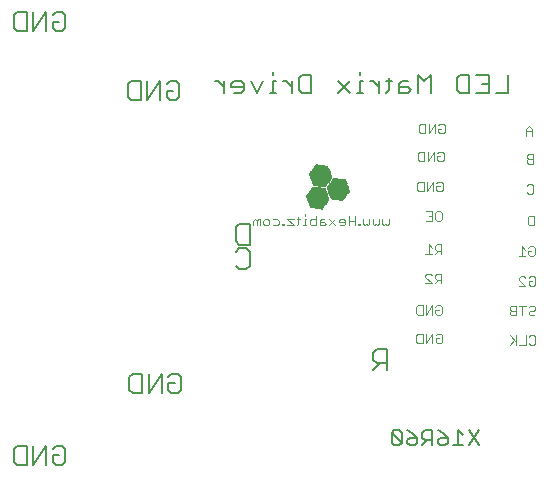
<source format=gbr>
G04 EAGLE Gerber RS-274X export*
G75*
%MOMM*%
%FSLAX34Y34*%
%LPD*%
%INSilkscreen Bottom*%
%IPPOS*%
%AMOC8*
5,1,8,0,0,1.08239X$1,22.5*%
G01*
%ADD10C,0.076200*%
%ADD11C,0.203200*%
%ADD12R,0.014731X0.014731*%
%ADD13R,0.147319X0.014731*%
%ADD14R,0.265175X0.014731*%
%ADD15R,0.383031X0.014731*%
%ADD16R,0.515619X0.014731*%
%ADD17R,0.633475X0.014731*%
%ADD18R,0.751331X0.014731*%
%ADD19R,0.883919X0.014731*%
%ADD20R,1.001775X0.014731*%
%ADD21R,1.119631X0.014731*%
%ADD22R,1.134363X0.014731*%
%ADD23R,1.149094X0.014731*%
%ADD24R,1.163825X0.014731*%
%ADD25R,1.178556X0.014731*%
%ADD26R,1.193288X0.014731*%
%ADD27R,1.222756X0.014731*%
%ADD28R,1.237488X0.014731*%
%ADD29R,1.266950X0.014731*%
%ADD30R,1.281681X0.014731*%
%ADD31R,1.311144X0.014731*%
%ADD32R,1.325881X0.014731*%
%ADD33R,1.355344X0.014731*%
%ADD34R,1.370075X0.014731*%
%ADD35R,1.384806X0.014731*%
%ADD36R,1.399538X0.014731*%
%ADD37R,1.414275X0.014731*%
%ADD38R,1.443738X0.014731*%
%ADD39R,1.458469X0.014731*%
%ADD40R,1.487931X0.014731*%
%ADD41R,1.502663X0.014731*%
%ADD42R,1.517394X0.014731*%
%ADD43R,1.532125X0.014731*%
%ADD44R,1.546856X0.014731*%
%ADD45R,1.576319X0.014731*%
%ADD46R,1.605788X0.014731*%
%ADD47R,1.620519X0.014731*%
%ADD48R,1.649981X0.014731*%
%ADD49R,1.664713X0.014731*%
%ADD50R,1.694175X0.014731*%
%ADD51R,1.708913X0.014731*%
%ADD52R,1.738375X0.014731*%
%ADD53R,1.753106X0.014731*%
%ADD54R,1.767838X0.014731*%
%ADD55R,1.782569X0.014731*%
%ADD56R,1.797306X0.014731*%
%ADD57R,0.117856X0.014731*%
%ADD58R,1.826769X0.014731*%
%ADD59R,0.235713X0.014731*%
%ADD60R,0.353569X0.014731*%
%ADD61R,1.856231X0.014731*%
%ADD62R,0.486156X0.014731*%
%ADD63R,1.870963X0.014731*%
%ADD64R,0.604013X0.014731*%
%ADD65R,0.721869X0.014731*%
%ADD66R,1.885694X0.014731*%
%ADD67R,0.839719X0.014731*%
%ADD68R,0.972306X0.014731*%
%ADD69R,1.090169X0.014731*%
%ADD70R,1.208025X0.014731*%
%ADD71R,1.252219X0.014731*%
%ADD72R,1.296412X0.014731*%
%ADD73R,1.340612X0.014731*%
%ADD74R,1.826763X0.014731*%
%ADD75R,1.414269X0.014731*%
%ADD76R,1.812031X0.014731*%
%ADD77R,1.429000X0.014731*%
%ADD78R,1.458462X0.014731*%
%ADD79R,1.473200X0.014731*%
%ADD80R,1.723644X0.014731*%
%ADD81R,1.694181X0.014731*%
%ADD82R,1.679450X0.014731*%
%ADD83R,1.561594X0.014731*%
%ADD84R,1.576325X0.014731*%
%ADD85R,1.591056X0.014731*%
%ADD86R,1.635250X0.014731*%
%ADD87R,1.561588X0.014731*%
%ADD88R,1.443731X0.014731*%
%ADD89R,1.797300X0.014731*%
%ADD90R,1.841500X0.014731*%
%ADD91R,1.311150X0.014731*%
%ADD92R,1.296419X0.014731*%
%ADD93R,1.193294X0.014731*%
%ADD94R,0.957575X0.014731*%
%ADD95R,0.589281X0.014731*%
%ADD96R,0.471425X0.014731*%
%ADD97R,0.220975X0.014731*%
%ADD98R,1.812038X0.014731*%
%ADD99R,0.103119X0.014731*%
%ADD100R,0.029463X0.014731*%
%ADD101R,0.162050X0.014731*%
%ADD102R,0.397763X0.014731*%
%ADD103R,0.648206X0.014731*%
%ADD104R,1.679444X0.014731*%
%ADD105R,1.016506X0.014731*%
%ADD106R,1.104900X0.014731*%
%ADD107R,1.222750X0.014731*%
%ADD108R,1.429006X0.014731*%
%ADD109R,1.208019X0.014731*%
%ADD110R,0.987044X0.014731*%
%ADD111R,0.854456X0.014731*%
%ADD112R,0.618744X0.014731*%
%ADD113R,0.500888X0.014731*%
%ADD114R,0.368300X0.014731*%
%ADD115R,0.132587X0.014731*%
%ADD116R,1.664719X0.014731*%
%ADD117R,1.075438X0.014731*%
%ADD118R,0.942844X0.014731*%
%ADD119R,0.707131X0.014731*%
%ADD120R,0.456694X0.014731*%
%ADD121R,0.088388X0.014731*%
%ADD122C,0.101600*%
%ADD123C,0.152400*%


D10*
X-8090Y91234D02*
X-6734Y92590D01*
X-4023Y92590D01*
X-2667Y91234D01*
X-2667Y85811D01*
X-4023Y84455D01*
X-6734Y84455D01*
X-8090Y85811D01*
X-8090Y88522D01*
X-5379Y88522D01*
X-10853Y84455D02*
X-10853Y92590D01*
X-16276Y84455D01*
X-16276Y92590D01*
X-19039Y92590D02*
X-19039Y84455D01*
X-23106Y84455D01*
X-24462Y85811D01*
X-24462Y91234D01*
X-23106Y92590D01*
X-19039Y92590D01*
X-7623Y69095D02*
X-8979Y67739D01*
X-7623Y69095D02*
X-4912Y69095D01*
X-3556Y67739D01*
X-3556Y62316D01*
X-4912Y60960D01*
X-7623Y60960D01*
X-8979Y62316D01*
X-8979Y65027D01*
X-6268Y65027D01*
X-11742Y60960D02*
X-11742Y69095D01*
X-17165Y60960D01*
X-17165Y69095D01*
X-19928Y69095D02*
X-19928Y60960D01*
X-23995Y60960D01*
X-25351Y62316D01*
X-25351Y67739D01*
X-23995Y69095D01*
X-19928Y69095D01*
X-8258Y43695D02*
X-9614Y42339D01*
X-8258Y43695D02*
X-5547Y43695D01*
X-4191Y42339D01*
X-4191Y36916D01*
X-5547Y35560D01*
X-8258Y35560D01*
X-9614Y36916D01*
X-9614Y39627D01*
X-6903Y39627D01*
X-12377Y35560D02*
X-12377Y43695D01*
X-17800Y35560D01*
X-17800Y43695D01*
X-20563Y43695D02*
X-20563Y35560D01*
X-24630Y35560D01*
X-25986Y36916D01*
X-25986Y42339D01*
X-24630Y43695D01*
X-20563Y43695D01*
X-9147Y18549D02*
X-6436Y18549D01*
X-5080Y17193D01*
X-5080Y11770D01*
X-6436Y10414D01*
X-9147Y10414D01*
X-10503Y11770D01*
X-10503Y17193D01*
X-9147Y18549D01*
X-13266Y18549D02*
X-18689Y18549D01*
X-13266Y18549D02*
X-13266Y10414D01*
X-18689Y10414D01*
X-15977Y14481D02*
X-13266Y14481D01*
X-5461Y-9518D02*
X-5461Y-17653D01*
X-5461Y-9518D02*
X-9528Y-9518D01*
X-10884Y-10874D01*
X-10884Y-13586D01*
X-9528Y-14941D01*
X-5461Y-14941D01*
X-8173Y-14941D02*
X-10884Y-17653D01*
X-13647Y-12230D02*
X-16358Y-9518D01*
X-16358Y-17653D01*
X-13647Y-17653D02*
X-19070Y-17653D01*
X-5461Y-34283D02*
X-5461Y-42418D01*
X-5461Y-34283D02*
X-9528Y-34283D01*
X-10884Y-35639D01*
X-10884Y-38351D01*
X-9528Y-39706D01*
X-5461Y-39706D01*
X-8173Y-39706D02*
X-10884Y-42418D01*
X-13647Y-42418D02*
X-19070Y-42418D01*
X-13647Y-42418D02*
X-19070Y-36995D01*
X-19070Y-35639D01*
X-17714Y-34283D01*
X-15003Y-34283D01*
X-13647Y-35639D01*
X-9147Y-60826D02*
X-10503Y-62182D01*
X-9147Y-60826D02*
X-6436Y-60826D01*
X-5080Y-62182D01*
X-5080Y-67605D01*
X-6436Y-68961D01*
X-9147Y-68961D01*
X-10503Y-67605D01*
X-10503Y-64894D01*
X-7792Y-64894D01*
X-13266Y-68961D02*
X-13266Y-60826D01*
X-18689Y-68961D01*
X-18689Y-60826D01*
X-21452Y-60826D02*
X-21452Y-68961D01*
X-25519Y-68961D01*
X-26875Y-67605D01*
X-26875Y-62182D01*
X-25519Y-60826D01*
X-21452Y-60826D01*
X-8893Y-85083D02*
X-10249Y-86439D01*
X-8893Y-85083D02*
X-6182Y-85083D01*
X-4826Y-86439D01*
X-4826Y-91862D01*
X-6182Y-93218D01*
X-8893Y-93218D01*
X-10249Y-91862D01*
X-10249Y-89151D01*
X-7538Y-89151D01*
X-13012Y-93218D02*
X-13012Y-85083D01*
X-18435Y-93218D01*
X-18435Y-85083D01*
X-21198Y-85083D02*
X-21198Y-93218D01*
X-25265Y-93218D01*
X-26621Y-91862D01*
X-26621Y-86439D01*
X-25265Y-85083D01*
X-21198Y-85083D01*
X68618Y-87963D02*
X69974Y-86607D01*
X72685Y-86607D01*
X74041Y-87963D01*
X74041Y-93386D01*
X72685Y-94742D01*
X69974Y-94742D01*
X68618Y-93386D01*
X65855Y-94742D02*
X65855Y-86607D01*
X65855Y-94742D02*
X60432Y-94742D01*
X57669Y-94742D02*
X57669Y-86607D01*
X57669Y-92030D02*
X52246Y-86607D01*
X56314Y-90675D02*
X52246Y-94742D01*
X68618Y-62817D02*
X69974Y-61461D01*
X72685Y-61461D01*
X74041Y-62817D01*
X74041Y-64173D01*
X72685Y-65529D01*
X69974Y-65529D01*
X68618Y-66884D01*
X68618Y-68240D01*
X69974Y-69596D01*
X72685Y-69596D01*
X74041Y-68240D01*
X63144Y-69596D02*
X63144Y-61461D01*
X65855Y-61461D02*
X60432Y-61461D01*
X57669Y-61461D02*
X57669Y-69596D01*
X57669Y-61461D02*
X53602Y-61461D01*
X52246Y-62817D01*
X52246Y-64173D01*
X53602Y-65529D01*
X52246Y-66884D01*
X52246Y-68240D01*
X53602Y-69596D01*
X57669Y-69596D01*
X57669Y-65529D02*
X53602Y-65529D01*
X68110Y-12525D02*
X69466Y-11169D01*
X72177Y-11169D01*
X73533Y-12525D01*
X73533Y-17948D01*
X72177Y-19304D01*
X69466Y-19304D01*
X68110Y-17948D01*
X68110Y-15237D01*
X70821Y-15237D01*
X65347Y-13881D02*
X62636Y-11169D01*
X62636Y-19304D01*
X65347Y-19304D02*
X59924Y-19304D01*
X71628Y82423D02*
X71628Y87846D01*
X68916Y90558D01*
X66205Y87846D01*
X66205Y82423D01*
X66205Y86490D02*
X71628Y86490D01*
D11*
X50927Y118364D02*
X50927Y134125D01*
X50927Y118364D02*
X40419Y118364D01*
X34555Y134125D02*
X24048Y134125D01*
X34555Y134125D02*
X34555Y118364D01*
X24048Y118364D01*
X29302Y126245D02*
X34555Y126245D01*
X18184Y134125D02*
X18184Y118364D01*
X10303Y118364D01*
X7676Y120991D01*
X7676Y131499D01*
X10303Y134125D01*
X18184Y134125D01*
X-14559Y134125D02*
X-14559Y118364D01*
X-19813Y128872D02*
X-14559Y134125D01*
X-19813Y128872D02*
X-25067Y134125D01*
X-25067Y118364D01*
X-33558Y128872D02*
X-38812Y128872D01*
X-41438Y126245D01*
X-41438Y118364D01*
X-33558Y118364D01*
X-30931Y120991D01*
X-33558Y123618D01*
X-41438Y123618D01*
X-49929Y120991D02*
X-49929Y131499D01*
X-49929Y120991D02*
X-52556Y118364D01*
X-52556Y128872D02*
X-47302Y128872D01*
X-58217Y128872D02*
X-58217Y118364D01*
X-58217Y123618D02*
X-63471Y128872D01*
X-66097Y128872D01*
X-71860Y128872D02*
X-74487Y128872D01*
X-74487Y118364D01*
X-71860Y118364D02*
X-77114Y118364D01*
X-74487Y134125D02*
X-74487Y136752D01*
X-82774Y128872D02*
X-93282Y118364D01*
X-82774Y118364D02*
X-93282Y128872D01*
X-115517Y134125D02*
X-115517Y118364D01*
X-123398Y118364D01*
X-126025Y120991D01*
X-126025Y131499D01*
X-123398Y134125D01*
X-115517Y134125D01*
X-131889Y128872D02*
X-131889Y118364D01*
X-131889Y123618D02*
X-137143Y128872D01*
X-139770Y128872D01*
X-145532Y128872D02*
X-148159Y128872D01*
X-148159Y118364D01*
X-145532Y118364D02*
X-150786Y118364D01*
X-148159Y134125D02*
X-148159Y136752D01*
X-156446Y128872D02*
X-161700Y118364D01*
X-166954Y128872D01*
X-175445Y118364D02*
X-180698Y118364D01*
X-175445Y118364D02*
X-172818Y120991D01*
X-172818Y126245D01*
X-175445Y128872D01*
X-180698Y128872D01*
X-183325Y126245D01*
X-183325Y123618D01*
X-172818Y123618D01*
X-189189Y118364D02*
X-189189Y128872D01*
X-189189Y123618D02*
X-194443Y128872D01*
X-197070Y128872D01*
D10*
X68491Y-37925D02*
X69847Y-36569D01*
X72558Y-36569D01*
X73914Y-37925D01*
X73914Y-43348D01*
X72558Y-44704D01*
X69847Y-44704D01*
X68491Y-43348D01*
X68491Y-40637D01*
X71202Y-40637D01*
X65728Y-44704D02*
X60305Y-44704D01*
X65728Y-44704D02*
X60305Y-39281D01*
X60305Y-37925D01*
X61661Y-36569D01*
X64372Y-36569D01*
X65728Y-37925D01*
X73025Y6604D02*
X73025Y14739D01*
X73025Y6604D02*
X68958Y6604D01*
X67602Y7960D01*
X67602Y13383D01*
X68958Y14739D01*
X73025Y14739D01*
X66840Y40307D02*
X68196Y41663D01*
X70907Y41663D01*
X72263Y40307D01*
X72263Y34884D01*
X70907Y33528D01*
X68196Y33528D01*
X66840Y34884D01*
X72263Y58928D02*
X72263Y67063D01*
X68196Y67063D01*
X66840Y65707D01*
X66840Y64351D01*
X68196Y62995D01*
X66840Y61640D01*
X66840Y60284D01*
X68196Y58928D01*
X72263Y58928D01*
X72263Y62995D02*
X68196Y62995D01*
D12*
X-106241Y19837D03*
D13*
X-106756Y19985D03*
D14*
X-107345Y20132D03*
D15*
X-107787Y20279D03*
D16*
X-108303Y20427D03*
D17*
X-108745Y20574D03*
D18*
X-109334Y20721D03*
D19*
X-109850Y20869D03*
D20*
X-110292Y21016D03*
D21*
X-110734Y21163D03*
D22*
X-110807Y21311D03*
D23*
X-110734Y21458D03*
D24*
X-110660Y21605D03*
D25*
X-110734Y21753D03*
D26*
X-110660Y21900D03*
D27*
X-110660Y22047D03*
D28*
X-110587Y22195D03*
X-110587Y22342D03*
D29*
X-110587Y22489D03*
D30*
X-110513Y22637D03*
D31*
X-110513Y22784D03*
X-110513Y22931D03*
D32*
X-110439Y23078D03*
D33*
X-110439Y23226D03*
D34*
X-110366Y23373D03*
D35*
X-110439Y23520D03*
D36*
X-110366Y23668D03*
D37*
X-110292Y23815D03*
D38*
X-110292Y23962D03*
X-110292Y24110D03*
D39*
X-110218Y24257D03*
D40*
X-110218Y24404D03*
D41*
X-110145Y24552D03*
D42*
X-110218Y24699D03*
D43*
X-110145Y24846D03*
D44*
X-110071Y24994D03*
D45*
X-110071Y25141D03*
X-110071Y25288D03*
D46*
X-110071Y25436D03*
D47*
X-109997Y25583D03*
X-109997Y25730D03*
D48*
X-109997Y25878D03*
D49*
X-109924Y26025D03*
D50*
X-109924Y26172D03*
X-109924Y26320D03*
D51*
X-109850Y26467D03*
D52*
X-109850Y26614D03*
D53*
X-109776Y26761D03*
D54*
X-109850Y26909D03*
D55*
X-109776Y27056D03*
D56*
X-109703Y27203D03*
D57*
X-89225Y27203D03*
D58*
X-109703Y27351D03*
D59*
X-89814Y27351D03*
D58*
X-109703Y27498D03*
D60*
X-90256Y27498D03*
D61*
X-109703Y27645D03*
D62*
X-90772Y27645D03*
D63*
X-109629Y27793D03*
D64*
X-91214Y27793D03*
D63*
X-109629Y27940D03*
D65*
X-91803Y27940D03*
D66*
X-109703Y28087D03*
D67*
X-92245Y28087D03*
D66*
X-109703Y28235D03*
D68*
X-92761Y28235D03*
D63*
X-109776Y28382D03*
D69*
X-93203Y28382D03*
D66*
X-109850Y28529D03*
D21*
X-93350Y28529D03*
D66*
X-109850Y28677D03*
D23*
X-93350Y28677D03*
D66*
X-109997Y28824D03*
D24*
X-93276Y28824D03*
D66*
X-109997Y28971D03*
D25*
X-93203Y28971D03*
D63*
X-110071Y29119D03*
D26*
X-93276Y29119D03*
D66*
X-110145Y29266D03*
D70*
X-93203Y29266D03*
D66*
X-110145Y29413D03*
D28*
X-93203Y29413D03*
D66*
X-110292Y29561D03*
D71*
X-93129Y29561D03*
D66*
X-110292Y29708D03*
D71*
X-93129Y29708D03*
D63*
X-110366Y29855D03*
D30*
X-93129Y29855D03*
D66*
X-110439Y30003D03*
D72*
X-93055Y30003D03*
D66*
X-110439Y30150D03*
D32*
X-93055Y30150D03*
D66*
X-110587Y30297D03*
D32*
X-93055Y30297D03*
D66*
X-110587Y30444D03*
D73*
X-92982Y30444D03*
D63*
X-110660Y30592D03*
D34*
X-92982Y30592D03*
D61*
X-110587Y30739D03*
D35*
X-92908Y30739D03*
D61*
X-110587Y30886D03*
D36*
X-92982Y30886D03*
D74*
X-110587Y31034D03*
D75*
X-92908Y31034D03*
D76*
X-110513Y31181D03*
D77*
X-92834Y31181D03*
D55*
X-110513Y31328D03*
D78*
X-92834Y31328D03*
D55*
X-110513Y31476D03*
D78*
X-92834Y31476D03*
D54*
X-110439Y31623D03*
D79*
X-92761Y31623D03*
D52*
X-110439Y31770D03*
D41*
X-92761Y31770D03*
D80*
X-110366Y31918D03*
D41*
X-92761Y31918D03*
D51*
X-110439Y32065D03*
D43*
X-92761Y32065D03*
D81*
X-110366Y32212D03*
D44*
X-92687Y32212D03*
D82*
X-110292Y32360D03*
D83*
X-92613Y32360D03*
D48*
X-110292Y32507D03*
D84*
X-92687Y32507D03*
D48*
X-110292Y32654D03*
D85*
X-92613Y32654D03*
D86*
X-110218Y32802D03*
D47*
X-92613Y32802D03*
D46*
X-110218Y32949D03*
D86*
X-92540Y32949D03*
D46*
X-110218Y33096D03*
D86*
X-92540Y33096D03*
D84*
X-110218Y33244D03*
D49*
X-92540Y33244D03*
D87*
X-110145Y33391D03*
D82*
X-92466Y33391D03*
D44*
X-110071Y33538D03*
D51*
X-92466Y33538D03*
D43*
X-110145Y33686D03*
D51*
X-92466Y33686D03*
D42*
X-110071Y33833D03*
D80*
X-92392Y33833D03*
D40*
X-110071Y33980D03*
D53*
X-92392Y33980D03*
D79*
X-109997Y34127D03*
D54*
X-92319Y34127D03*
D79*
X-109997Y34275D03*
D55*
X-92392Y34275D03*
D88*
X-109997Y34422D03*
D89*
X-92319Y34422D03*
D77*
X-109924Y34569D03*
D76*
X-92245Y34569D03*
D36*
X-109924Y34717D03*
D90*
X-92245Y34717D03*
D36*
X-109924Y34864D03*
D90*
X-92245Y34864D03*
D35*
X-109850Y35011D03*
D63*
X-92245Y35011D03*
D33*
X-109850Y35159D03*
D66*
X-92172Y35159D03*
D73*
X-109776Y35306D03*
D63*
X-92245Y35306D03*
D32*
X-109850Y35453D03*
D66*
X-92319Y35453D03*
D91*
X-109776Y35601D03*
D66*
X-92319Y35601D03*
D92*
X-109703Y35748D03*
D63*
X-92392Y35748D03*
D29*
X-109703Y35895D03*
D66*
X-92466Y35895D03*
D29*
X-109703Y36043D03*
D66*
X-92466Y36043D03*
D71*
X-109629Y36190D03*
D66*
X-92613Y36190D03*
D27*
X-109629Y36337D03*
D66*
X-92613Y36337D03*
D70*
X-109555Y36485D03*
D63*
X-92687Y36485D03*
D93*
X-109629Y36632D03*
D66*
X-92761Y36632D03*
D25*
X-109555Y36779D03*
D66*
X-92761Y36779D03*
D24*
X-109482Y36927D03*
D66*
X-92908Y36927D03*
D23*
X-109555Y37074D03*
D66*
X-92908Y37074D03*
D22*
X-109482Y37221D03*
D63*
X-92982Y37221D03*
D69*
X-109555Y37369D03*
D66*
X-93055Y37369D03*
D94*
X-110071Y37516D03*
D66*
X-93055Y37516D03*
D67*
X-110660Y37663D03*
D66*
X-93203Y37663D03*
D65*
X-111102Y37810D03*
D66*
X-93203Y37810D03*
D95*
X-111618Y37958D03*
D61*
X-93203Y37958D03*
D96*
X-112060Y38105D03*
D90*
X-93129Y38105D03*
D60*
X-112649Y38252D03*
D90*
X-93129Y38252D03*
D97*
X-113165Y38400D03*
D98*
X-93129Y38400D03*
D99*
X-113607Y38547D03*
D56*
X-93055Y38547D03*
D100*
X-103810Y38694D03*
D55*
X-93129Y38694D03*
D101*
X-104325Y38842D03*
D54*
X-93055Y38842D03*
D14*
X-104841Y38989D03*
D53*
X-92982Y38989D03*
D102*
X-105357Y39136D03*
D80*
X-92982Y39136D03*
D16*
X-105799Y39284D03*
D80*
X-92982Y39284D03*
D103*
X-106314Y39431D03*
D81*
X-92982Y39431D03*
D18*
X-106830Y39578D03*
D104*
X-92908Y39578D03*
D19*
X-107345Y39726D03*
D49*
X-92834Y39726D03*
D105*
X-107861Y39873D03*
D48*
X-92908Y39873D03*
D106*
X-108303Y40020D03*
D86*
X-92834Y40020D03*
D22*
X-108303Y40168D03*
D47*
X-92761Y40168D03*
D23*
X-108229Y40315D03*
D85*
X-92761Y40315D03*
D24*
X-108156Y40462D03*
D85*
X-92761Y40462D03*
D25*
X-108229Y40610D03*
D87*
X-92761Y40610D03*
D26*
X-108156Y40757D03*
D44*
X-92687Y40757D03*
D107*
X-108156Y40904D03*
D43*
X-92613Y40904D03*
D28*
X-108082Y41052D03*
D42*
X-92687Y41052D03*
D28*
X-108082Y41199D03*
D41*
X-92613Y41199D03*
D29*
X-108082Y41346D03*
D79*
X-92613Y41346D03*
D30*
X-108008Y41493D03*
D39*
X-92540Y41493D03*
D31*
X-108008Y41641D03*
D39*
X-92540Y41641D03*
D31*
X-108008Y41788D03*
D108*
X-92540Y41788D03*
D32*
X-107935Y41935D03*
D75*
X-92466Y41935D03*
D33*
X-107935Y42083D03*
D35*
X-92466Y42083D03*
D34*
X-107861Y42230D03*
D35*
X-92466Y42230D03*
X-107935Y42377D03*
D34*
X-92392Y42377D03*
D36*
X-107861Y42525D03*
D73*
X-92392Y42525D03*
D75*
X-107787Y42672D03*
D73*
X-92392Y42672D03*
D38*
X-107787Y42819D03*
D91*
X-92392Y42819D03*
D38*
X-107787Y42967D03*
D72*
X-92319Y42967D03*
D79*
X-107787Y43114D03*
D30*
X-92245Y43114D03*
D40*
X-107714Y43261D03*
D29*
X-92319Y43261D03*
D41*
X-107640Y43409D03*
D71*
X-92245Y43409D03*
D42*
X-107714Y43556D03*
D27*
X-92245Y43556D03*
D43*
X-107640Y43703D03*
D109*
X-92172Y43703D03*
D87*
X-107640Y43851D03*
D109*
X-92172Y43851D03*
D45*
X-107566Y43998D03*
D25*
X-92172Y43998D03*
D45*
X-107566Y44145D03*
D24*
X-92098Y44145D03*
D46*
X-107566Y44293D03*
D23*
X-92024Y44293D03*
D47*
X-107493Y44440D03*
D22*
X-92098Y44440D03*
D47*
X-107493Y44587D03*
D106*
X-92098Y44587D03*
D48*
X-107493Y44735D03*
D110*
X-92540Y44735D03*
D49*
X-107419Y44882D03*
D111*
X-93055Y44882D03*
D50*
X-107419Y45029D03*
D18*
X-93571Y45029D03*
D50*
X-107419Y45176D03*
D112*
X-94087Y45176D03*
D51*
X-107345Y45324D03*
D113*
X-94529Y45324D03*
D52*
X-107345Y45471D03*
D114*
X-95044Y45471D03*
D53*
X-107272Y45618D03*
D14*
X-95560Y45618D03*
D54*
X-107345Y45766D03*
D115*
X-96075Y45766D03*
D55*
X-107272Y45913D03*
D12*
X-96517Y45913D03*
D56*
X-107198Y46060D03*
D58*
X-107198Y46208D03*
X-107198Y46355D03*
D61*
X-107198Y46502D03*
D63*
X-107124Y46650D03*
X-107124Y46797D03*
D66*
X-107198Y46944D03*
X-107198Y47092D03*
X-107345Y47239D03*
X-107345Y47386D03*
D63*
X-107419Y47534D03*
D66*
X-107493Y47681D03*
X-107493Y47828D03*
X-107640Y47976D03*
X-107640Y48123D03*
D63*
X-107714Y48270D03*
D66*
X-107787Y48418D03*
X-107787Y48565D03*
D63*
X-107861Y48712D03*
D66*
X-107935Y48859D03*
X-107935Y49007D03*
X-108082Y49154D03*
X-108082Y49301D03*
D63*
X-108156Y49449D03*
D61*
X-108082Y49596D03*
X-108082Y49743D03*
D74*
X-108082Y49891D03*
D76*
X-108008Y50038D03*
D55*
X-108008Y50185D03*
X-108008Y50333D03*
D54*
X-107935Y50480D03*
D52*
X-107935Y50627D03*
D80*
X-107861Y50775D03*
D51*
X-107935Y50922D03*
D81*
X-107861Y51069D03*
D82*
X-107787Y51217D03*
D116*
X-107861Y51364D03*
D48*
X-107787Y51511D03*
D47*
X-107787Y51659D03*
D46*
X-107714Y51806D03*
X-107714Y51953D03*
D84*
X-107714Y52101D03*
D87*
X-107640Y52248D03*
D43*
X-107640Y52395D03*
X-107640Y52542D03*
D42*
X-107566Y52690D03*
D40*
X-107566Y52837D03*
D79*
X-107493Y52984D03*
X-107493Y53132D03*
D88*
X-107493Y53279D03*
D77*
X-107419Y53426D03*
D36*
X-107419Y53574D03*
X-107419Y53721D03*
D35*
X-107345Y53868D03*
D33*
X-107345Y54016D03*
D73*
X-107272Y54163D03*
D32*
X-107345Y54310D03*
D91*
X-107272Y54458D03*
D92*
X-107198Y54605D03*
D29*
X-107198Y54752D03*
X-107198Y54900D03*
D28*
X-107198Y55047D03*
D27*
X-107124Y55194D03*
D70*
X-107051Y55342D03*
D93*
X-107124Y55489D03*
D25*
X-107051Y55636D03*
D23*
X-107051Y55784D03*
X-107051Y55931D03*
D22*
X-106977Y56078D03*
D117*
X-107124Y56225D03*
D118*
X-107640Y56373D03*
D67*
X-108156Y56520D03*
D119*
X-108671Y56667D03*
D95*
X-109113Y56815D03*
D120*
X-109629Y56962D03*
D60*
X-110145Y57109D03*
D97*
X-110660Y57257D03*
D121*
X-111176Y57404D03*
D122*
X-50165Y11985D02*
X-50165Y8044D01*
X-51478Y6731D01*
X-52792Y8044D01*
X-54105Y6731D01*
X-55419Y8044D01*
X-55419Y11985D01*
X-58351Y11985D02*
X-58351Y8044D01*
X-59664Y6731D01*
X-60978Y8044D01*
X-62291Y6731D01*
X-63605Y8044D01*
X-63605Y11985D01*
X-66537Y11985D02*
X-66537Y8044D01*
X-67850Y6731D01*
X-69163Y8044D01*
X-70477Y6731D01*
X-71790Y8044D01*
X-71790Y11985D01*
X-74722Y8044D02*
X-74722Y6731D01*
X-74722Y8044D02*
X-76036Y8044D01*
X-76036Y6731D01*
X-74722Y6731D01*
X-78815Y6731D02*
X-78815Y14612D01*
X-78815Y10671D02*
X-84069Y10671D01*
X-84069Y6731D02*
X-84069Y14612D01*
X-88314Y6731D02*
X-90941Y6731D01*
X-88314Y6731D02*
X-87001Y8044D01*
X-87001Y10671D01*
X-88314Y11985D01*
X-90941Y11985D01*
X-92255Y10671D01*
X-92255Y9358D01*
X-87001Y9358D01*
X-95187Y11985D02*
X-100441Y6731D01*
X-95187Y6731D02*
X-100441Y11985D01*
X-104686Y11985D02*
X-107313Y11985D01*
X-108626Y10671D01*
X-108626Y6731D01*
X-104686Y6731D01*
X-103373Y8044D01*
X-104686Y9358D01*
X-108626Y9358D01*
X-111558Y6731D02*
X-111558Y14612D01*
X-111558Y6731D02*
X-115499Y6731D01*
X-116812Y8044D01*
X-116812Y10671D01*
X-115499Y11985D01*
X-111558Y11985D01*
X-119744Y11985D02*
X-121058Y11985D01*
X-121058Y6731D01*
X-122371Y6731D02*
X-119744Y6731D01*
X-121058Y14612D02*
X-121058Y15925D01*
X-126515Y13298D02*
X-126515Y8044D01*
X-127828Y6731D01*
X-127828Y11985D02*
X-125201Y11985D01*
X-130659Y11985D02*
X-135912Y11985D01*
X-130659Y6731D01*
X-135912Y6731D01*
X-138844Y6731D02*
X-138844Y8044D01*
X-140158Y8044D01*
X-140158Y6731D01*
X-138844Y6731D01*
X-144251Y11985D02*
X-148191Y11985D01*
X-144251Y11985D02*
X-142937Y10671D01*
X-142937Y8044D01*
X-144251Y6731D01*
X-148191Y6731D01*
X-152436Y6731D02*
X-155063Y6731D01*
X-156377Y8044D01*
X-156377Y10671D01*
X-155063Y11985D01*
X-152436Y11985D01*
X-151123Y10671D01*
X-151123Y8044D01*
X-152436Y6731D01*
X-159309Y6731D02*
X-159309Y11985D01*
X-160622Y11985D01*
X-161936Y10671D01*
X-161936Y6731D01*
X-161936Y10671D02*
X-163249Y11985D01*
X-164563Y10671D01*
X-164563Y6731D01*
D123*
X-238084Y126080D02*
X-235372Y128792D01*
X-229949Y128792D01*
X-227237Y126080D01*
X-227237Y115234D01*
X-229949Y112522D01*
X-235372Y112522D01*
X-238084Y115234D01*
X-238084Y120657D01*
X-232661Y120657D01*
X-243609Y112522D02*
X-243609Y128792D01*
X-254455Y112522D01*
X-254455Y128792D01*
X-259980Y128792D02*
X-259980Y112522D01*
X-268115Y112522D01*
X-270827Y115234D01*
X-270827Y126080D01*
X-268115Y128792D01*
X-259980Y128792D01*
X-234102Y-118858D02*
X-236814Y-121570D01*
X-234102Y-118858D02*
X-228679Y-118858D01*
X-225967Y-121570D01*
X-225967Y-132416D01*
X-228679Y-135128D01*
X-234102Y-135128D01*
X-236814Y-132416D01*
X-236814Y-126993D01*
X-231391Y-126993D01*
X-242339Y-135128D02*
X-242339Y-118858D01*
X-253185Y-135128D01*
X-253185Y-118858D01*
X-258710Y-118858D02*
X-258710Y-135128D01*
X-266845Y-135128D01*
X-269557Y-132416D01*
X-269557Y-121570D01*
X-266845Y-118858D01*
X-258710Y-118858D01*
X-331892Y-179818D02*
X-334604Y-182530D01*
X-331892Y-179818D02*
X-326469Y-179818D01*
X-323757Y-182530D01*
X-323757Y-193376D01*
X-326469Y-196088D01*
X-331892Y-196088D01*
X-334604Y-193376D01*
X-334604Y-187953D01*
X-329181Y-187953D01*
X-340129Y-196088D02*
X-340129Y-179818D01*
X-350975Y-196088D01*
X-350975Y-179818D01*
X-356500Y-179818D02*
X-356500Y-196088D01*
X-364635Y-196088D01*
X-367347Y-193376D01*
X-367347Y-182530D01*
X-364635Y-179818D01*
X-356500Y-179818D01*
X-334604Y184500D02*
X-331892Y187212D01*
X-326469Y187212D01*
X-323757Y184500D01*
X-323757Y173654D01*
X-326469Y170942D01*
X-331892Y170942D01*
X-334604Y173654D01*
X-334604Y179077D01*
X-329181Y179077D01*
X-340129Y170942D02*
X-340129Y187212D01*
X-350975Y170942D01*
X-350975Y187212D01*
X-356500Y187212D02*
X-356500Y170942D01*
X-364635Y170942D01*
X-367347Y173654D01*
X-367347Y184500D01*
X-364635Y187212D01*
X-356500Y187212D01*
X26289Y-166994D02*
X17815Y-179705D01*
X26289Y-179705D02*
X17815Y-166994D01*
X13192Y-171231D02*
X8955Y-166994D01*
X8955Y-179705D01*
X13192Y-179705D02*
X4718Y-179705D01*
X-4142Y-169113D02*
X-8379Y-166994D01*
X-4142Y-169113D02*
X95Y-173350D01*
X95Y-177587D01*
X-2024Y-179705D01*
X-6261Y-179705D01*
X-8379Y-177587D01*
X-8379Y-175468D01*
X-6261Y-173350D01*
X95Y-173350D01*
X-13003Y-179705D02*
X-13003Y-166994D01*
X-19358Y-166994D01*
X-21477Y-169113D01*
X-21477Y-173350D01*
X-19358Y-175468D01*
X-13003Y-175468D01*
X-17240Y-175468D02*
X-21477Y-179705D01*
X-30337Y-169113D02*
X-34574Y-166994D01*
X-30337Y-169113D02*
X-26100Y-173350D01*
X-26100Y-177587D01*
X-28218Y-179705D01*
X-32455Y-179705D01*
X-34574Y-177587D01*
X-34574Y-175468D01*
X-32455Y-173350D01*
X-26100Y-173350D01*
X-39197Y-177587D02*
X-39197Y-169113D01*
X-41316Y-166994D01*
X-45553Y-166994D01*
X-47671Y-169113D01*
X-47671Y-177587D01*
X-45553Y-179705D01*
X-41316Y-179705D01*
X-39197Y-177587D01*
X-47671Y-169113D01*
X-179757Y-15651D02*
X-176792Y-12685D01*
X-170860Y-12685D01*
X-167894Y-15651D01*
X-167894Y-27514D01*
X-170860Y-30480D01*
X-176792Y-30480D01*
X-179757Y-27514D01*
X-167767Y-10033D02*
X-167767Y7762D01*
X-167767Y-10033D02*
X-176665Y-10033D01*
X-179630Y-7067D01*
X-179630Y4796D01*
X-176665Y7762D01*
X-167767Y7762D01*
X-51435Y-98283D02*
X-51435Y-116078D01*
X-51435Y-98283D02*
X-60333Y-98283D01*
X-63298Y-101249D01*
X-63298Y-107180D01*
X-60333Y-110146D01*
X-51435Y-110146D01*
X-57367Y-110146D02*
X-63298Y-116078D01*
M02*

</source>
